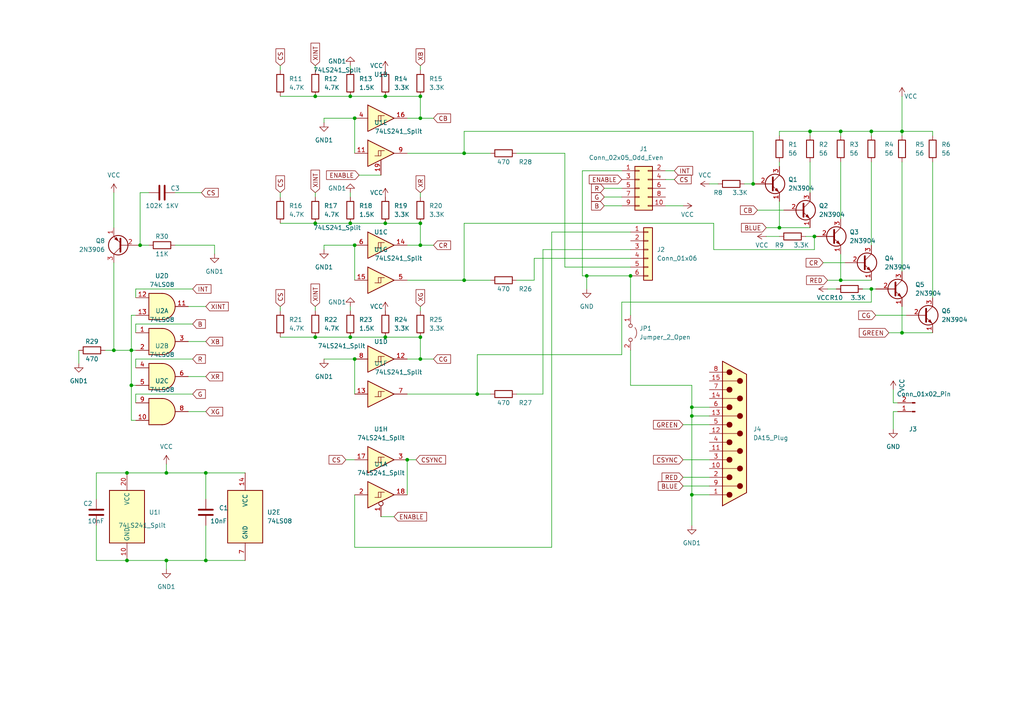
<source format=kicad_sch>
(kicad_sch (version 20230121) (generator eeschema)
  (paper "A4")
  (lib_symbols
    (symbol "74xx:74LS08" (pin_names (offset 1.016))
      (property "Reference" "U" (at 0 1.27 0))
      (property "Value" "74LS08" (at 0 -1.27 0))
      (symbol "74LS08_1_1"
        (pin input line (at -7.62 2.54 0) (length 3.81) (name "~") (number "1"))
        (pin input line (at -7.62 -2.54 0) (length 3.81) (name "~") (number "2"))
        (pin output line (at 7.62 0 180) (length 3.81) (name "~") (number "3"))
      )
      (symbol "74LS08_1_2"
        (pin input inverted (at -7.62 2.54 0) (length 4.318) (name "~") (number "1"))
        (pin input inverted (at -7.62 -2.54 0) (length 4.318) (name "~") (number "2"))
        (pin output inverted (at 7.62 0 180) (length 3.81) (name "~") (number "3"))
      )
      (symbol "74LS08_2_1"
        (pin input line (at -7.62 2.54 0) (length 3.81) (name "~") (number "4"))
        (pin input line (at -7.62 -2.54 0) (length 3.81) (name "~") (number "5"))
        (pin output line (at 7.62 0 180) (length 3.81) (name "~") (number "6"))
      )
      (symbol "74LS08_2_2"
        (pin input inverted (at -7.62 2.54 0) (length 4.318) (name "~") (number "4"))
        (pin input inverted (at -7.62 -2.54 0) (length 4.318) (name "~") (number "5"))
        (pin output inverted (at 7.62 0 180) (length 3.81) (name "~") (number "6"))
      )
      (symbol "74LS08_3_1"
        (pin input line (at -7.62 -2.54 0) (length 3.81) (name "~") (number "10"))
        (pin output line (at 7.62 0 180) (length 3.81) (name "~") (number "8"))
        (pin input line (at -7.62 2.54 0) (length 3.81) (name "~") (number "9"))
      )
      (symbol "74LS08_3_2"
        (pin input inverted (at -7.62 -2.54 0) (length 4.318) (name "~") (number "10"))
        (pin output inverted (at 7.62 0 180) (length 3.81) (name "~") (number "8"))
        (pin input inverted (at -7.62 2.54 0) (length 4.318) (name "~") (number "9"))
      )
      (symbol "74LS08_4_1"
        (pin output line (at 7.62 0 180) (length 3.81) (name "~") (number "11"))
        (pin input line (at -7.62 2.54 0) (length 3.81) (name "~") (number "12"))
        (pin input line (at -7.62 -2.54 0) (length 3.81) (name "~") (number "13"))
      )
      (symbol "74LS08_4_2"
        (pin output inverted (at 7.62 0 180) (length 3.81) (name "~") (number "11"))
        (pin input inverted (at -7.62 2.54 0) (length 4.318) (name "~") (number "12"))
        (pin input inverted (at -7.62 -2.54 0) (length 4.318) (name "~") (number "13"))
      )
      (symbol "74LS08_5_0"
        (pin power_in line (at 0 12.7 270) (length 5.08) (name "VCC") (number "14"))
        (pin power_in line (at 0 -12.7 90) (length 5.08) (name "GND") (number "7"))
      )
    )
    (symbol "74xx:74LS241_Split"
      (property "Reference" "U" (at 0 1.27 0))
      (property "Value" "74LS241_Split" (at 0 -1.27 0))
      (symbol "74LS241_Split_1_0"
        (pin input inverted (at 0 -6.35 90) (length 4.445) (name "~") (number "1"))
        (pin tri_state line (at 7.62 0 180) (length 3.81) (name "~") (number "18"))
        (pin input line (at -7.62 0 0) (length 3.81) (name "~") (number "2"))
      )
      (symbol "74LS241_Split_2_0"
        (pin tri_state line (at 7.62 0 180) (length 3.81) (name "~") (number "16"))
        (pin input line (at -7.62 0 0) (length 3.81) (name "~") (number "4"))
      )
      (symbol "74LS241_Split_3_0"
        (pin tri_state line (at 7.62 0 180) (length 3.81) (name "~") (number "14"))
        (pin input line (at -7.62 0 0) (length 3.81) (name "~") (number "6"))
      )
      (symbol "74LS241_Split_4_0"
        (pin tri_state line (at 7.62 0 180) (length 3.81) (name "~") (number "12"))
        (pin input line (at -7.62 0 0) (length 3.81) (name "~") (number "8"))
      )
      (symbol "74LS241_Split_5_0"
        (pin input line (at -7.62 0 0) (length 3.81) (name "~") (number "11"))
        (pin input line (at 0 -6.35 90) (length 4.445) (name "~") (number "19"))
        (pin tri_state line (at 7.62 0 180) (length 3.81) (name "~") (number "9"))
      )
      (symbol "74LS241_Split_6_0"
        (pin input line (at -7.62 0 0) (length 3.81) (name "~") (number "13"))
        (pin tri_state line (at 7.62 0 180) (length 3.81) (name "~") (number "7"))
      )
      (symbol "74LS241_Split_7_0"
        (pin input line (at -7.62 0 0) (length 3.81) (name "~") (number "15"))
        (pin tri_state line (at 7.62 0 180) (length 3.81) (name "~") (number "5"))
      )
      (symbol "74LS241_Split_8_0"
        (pin input line (at -7.62 0 0) (length 3.81) (name "~") (number "17"))
        (pin tri_state line (at 7.62 0 180) (length 3.81) (name "~") (number "3"))
      )
      (symbol "74LS241_Split_9_0"
        (pin power_in line (at 0 -12.7 90) (length 5.08) (name "GND") (number "10"))
        (pin power_in line (at 0 12.7 270) (length 5.08) (name "VCC") (number "20"))
      )
    )
    (symbol "Connector:Conn_01x02_Pin" (pin_names (offset 1.016) hide)
      (property "Reference" "J" (at 0 2.54 0))
      (property "Value" "Conn_01x02_Pin" (at 0 -5.08 0))
      (symbol "Conn_01x02_Pin_1_1"
        (pin passive line (at 5.08 0 180) (length 3.81) (name "Pin_1") (number "1"))
        (pin passive line (at 5.08 -2.54 180) (length 3.81) (name "Pin_2") (number "2"))
      )
    )
    (symbol "Connector:DA15_Plug" (pin_names (offset 1.016) hide)
      (property "Reference" "J" (at 0.508 21.59 0))
      (property "Value" "DA15_Plug" (at 0 -22.225 0))
      (symbol "DA15_Plug_1_1"
        (pin passive line (at -7.62 -17.78 0) (length 3.81) (name "1") (number "1"))
        (pin passive line (at -7.62 -10.16 0) (length 3.81) (name "P10") (number "10"))
        (pin passive line (at -7.62 -5.08 0) (length 3.81) (name "P111") (number "11"))
        (pin passive line (at -7.62 0 0) (length 3.81) (name "P12") (number "12"))
        (pin passive line (at -7.62 5.08 0) (length 3.81) (name "P13") (number "13"))
        (pin passive line (at -7.62 10.16 0) (length 3.81) (name "P14") (number "14"))
        (pin passive line (at -7.62 15.24 0) (length 3.81) (name "P15") (number "15"))
        (pin passive line (at -7.62 -12.7 0) (length 3.81) (name "2") (number "2"))
        (pin passive line (at -7.62 -7.62 0) (length 3.81) (name "3") (number "3"))
        (pin passive line (at -7.62 -2.54 0) (length 3.81) (name "4") (number "4"))
        (pin passive line (at -7.62 2.54 0) (length 3.81) (name "5") (number "5"))
        (pin passive line (at -7.62 7.62 0) (length 3.81) (name "6") (number "6"))
        (pin passive line (at -7.62 12.7 0) (length 3.81) (name "7") (number "7"))
        (pin passive line (at -7.62 17.78 0) (length 3.81) (name "8") (number "8"))
        (pin passive line (at -7.62 -15.24 0) (length 3.81) (name "P9") (number "9"))
      )
    )
    (symbol "Connector_Generic:Conn_01x06" (pin_names (offset 1.016) hide)
      (property "Reference" "J" (at 0 7.62 0))
      (property "Value" "Conn_01x06" (at 0 -10.16 0))
      (symbol "Conn_01x06_1_1"
        (pin passive line (at -5.08 5.08 0) (length 3.81) (name "Pin_1") (number "1"))
        (pin passive line (at -5.08 2.54 0) (length 3.81) (name "Pin_2") (number "2"))
        (pin passive line (at -5.08 0 0) (length 3.81) (name "Pin_3") (number "3"))
        (pin passive line (at -5.08 -2.54 0) (length 3.81) (name "Pin_4") (number "4"))
        (pin passive line (at -5.08 -5.08 0) (length 3.81) (name "Pin_5") (number "5"))
        (pin passive line (at -5.08 -7.62 0) (length 3.81) (name "Pin_6") (number "6"))
      )
    )
    (symbol "Connector_Generic:Conn_02x05_Odd_Even" (pin_names (offset 1.016) hide)
      (property "Reference" "J" (at 1.27 7.62 0))
      (property "Value" "Conn_02x05_Odd_Even" (at 1.27 -7.62 0))
      (symbol "Conn_02x05_Odd_Even_1_1"
        (pin passive line (at -5.08 5.08 0) (length 3.81) (name "Pin_1") (number "1"))
        (pin passive line (at 7.62 -5.08 180) (length 3.81) (name "Pin_10") (number "10"))
        (pin passive line (at 7.62 5.08 180) (length 3.81) (name "Pin_2") (number "2"))
        (pin passive line (at -5.08 2.54 0) (length 3.81) (name "Pin_3") (number "3"))
        (pin passive line (at 7.62 2.54 180) (length 3.81) (name "Pin_4") (number "4"))
        (pin passive line (at -5.08 0 0) (length 3.81) (name "Pin_5") (number "5"))
        (pin passive line (at 7.62 0 180) (length 3.81) (name "Pin_6") (number "6"))
        (pin passive line (at -5.08 -2.54 0) (length 3.81) (name "Pin_7") (number "7"))
        (pin passive line (at 7.62 -2.54 180) (length 3.81) (name "Pin_8") (number "8"))
        (pin passive line (at -5.08 -5.08 0) (length 3.81) (name "Pin_9") (number "9"))
      )
    )
    (symbol "Device:C" (pin_numbers hide) (pin_names (offset 0.254))
      (property "Reference" "C" (at 0.635 2.54 0))
      (property "Value" "C" (at 0.635 -2.54 0))
      (symbol "C_1_1"
        (pin passive line (at 0 3.81 270) (length 2.794) (name "~") (number "1"))
        (pin passive line (at 0 -3.81 90) (length 2.794) (name "~") (number "2"))
      )
    )
    (symbol "Device:R" (pin_numbers hide) (pin_names (offset 0))
      (property "Reference" "R" (at 2.032 0 90))
      (property "Value" "R" (at 0 0 90))
      (symbol "R_1_1"
        (pin passive line (at 0 3.81 270) (length 1.27) (name "~") (number "1"))
        (pin passive line (at 0 -3.81 90) (length 1.27) (name "~") (number "2"))
      )
    )
    (symbol "Jumper:Jumper_2_Open" (pin_names (offset 0) hide)
      (property "Reference" "JP" (at 0 2.794 0))
      (property "Value" "Jumper_2_Open" (at 0 -2.286 0))
      (symbol "Jumper_2_Open_1_1"
        (pin passive line (at -5.08 0 0) (length 2.54) (name "A") (number "1"))
        (pin passive line (at 5.08 0 180) (length 2.54) (name "B") (number "2"))
      )
    )
    (symbol "Transistor_BJT:2N3904" (pin_names (offset 0) hide)
      (property "Reference" "Q" (at 5.08 1.905 0))
      (property "Value" "2N3904" (at 5.08 0 0))
      (symbol "2N3904_1_1"
        (pin passive line (at 2.54 -5.08 90) (length 2.54) (name "E") (number "1"))
        (pin passive line (at -5.08 0 0) (length 5.715) (name "B") (number "2"))
        (pin passive line (at 2.54 5.08 270) (length 2.54) (name "C") (number "3"))
      )
    )
    (symbol "Transistor_BJT:2N3906" (pin_names (offset 0) hide)
      (property "Reference" "Q" (at 5.08 1.905 0))
      (property "Value" "2N3906" (at 5.08 0 0))
      (symbol "2N3906_1_1"
        (pin passive line (at 2.54 -5.08 90) (length 2.54) (name "E") (number "1"))
        (pin input line (at -5.08 0 0) (length 5.715) (name "B") (number "2"))
        (pin passive line (at 2.54 5.08 270) (length 2.54) (name "C") (number "3"))
      )
    )
    (symbol "power:GND" (power) (pin_names (offset 0))
      (property "Value" "GND" (at 0 -3.81 0))
      (symbol "GND_1_1"
        (pin power_in line (at 0 0 270) (length 0) hide (name "GND") (number "1"))
      )
    )
    (symbol "power:GND1" (power) (pin_names (offset 0))
      (property "Value" "GND1" (at 0 -3.81 0))
      (symbol "GND1_1_1"
        (pin power_in line (at 0 0 270) (length 0) hide (name "GND1") (number "1"))
      )
    )
    (symbol "power:VCC" (power) (pin_names (offset 0))
      (property "Value" "VCC" (at 0 3.81 0))
      (symbol "VCC_1_1"
        (pin power_in line (at 0 0 90) (length 0) hide (name "VCC") (number "1"))
      )
    )
  )
  (junction (at 170.18 80.01))
  (junction (at 261.62 38.1))
  (junction (at 36.83 137.16))
  (junction (at 134.62 81.28))
  (junction (at 236.22 68.58))
  (junction (at 111.76 27.94))
  (junction (at 91.44 27.94))
  (junction (at 91.44 97.79))
  (junction (at 121.92 27.94))
  (junction (at 121.92 64.77))
  (junction (at 118.11 133.35))
  (junction (at 40.64 71.12))
  (junction (at 91.44 64.77))
  (junction (at 218.44 53.34))
  (junction (at 234.95 38.1))
  (junction (at 252.73 38.1))
  (junction (at 200.66 120.65))
  (junction (at 59.69 137.16))
  (junction (at 121.92 97.79))
  (junction (at 102.87 34.29))
  (junction (at 48.26 137.16))
  (junction (at 261.62 96.52))
  (junction (at 36.83 162.56))
  (junction (at 102.87 71.12))
  (junction (at 134.62 44.45))
  (junction (at 121.92 71.12))
  (junction (at 200.66 143.51))
  (junction (at 121.92 34.29))
  (junction (at 252.73 83.82))
  (junction (at 59.69 162.56))
  (junction (at 243.84 81.28))
  (junction (at 138.43 114.3))
  (junction (at 182.88 80.01))
  (junction (at 33.02 101.6))
  (junction (at 200.66 118.11))
  (junction (at 38.1 111.76))
  (junction (at 101.6 64.77))
  (junction (at 226.06 66.04))
  (junction (at 121.92 104.14))
  (junction (at 111.76 64.77))
  (junction (at 101.6 97.79))
  (junction (at 102.87 104.14))
  (junction (at 48.26 162.56))
  (junction (at 111.76 97.79))
  (junction (at 101.6 27.94))
  (junction (at 243.84 38.1))
  (junction (at 38.1 101.6))
  (wire (pts (xy 226.06 46.99) (xy 226.06 48.26)))
  (wire (pts (xy 198.12 59.69) (xy 193.04 59.69)))
  (wire (pts (xy 175.26 54.61) (xy 180.34 54.61)))
  (wire (pts (xy 252.73 38.1) (xy 252.73 39.37)))
  (wire (pts (xy 200.66 120.65) (xy 205.74 120.65)))
  (wire (pts (xy 102.87 71.12) (xy 102.87 81.28)))
  (wire (pts (xy 121.92 97.79) (xy 121.92 104.14)))
  (wire (pts (xy 259.08 113.03) (xy 259.08 116.84)))
  (wire (pts (xy 62.23 71.12) (xy 62.23 73.66)))
  (wire (pts (xy 48.26 162.56) (xy 59.69 162.56)))
  (wire (pts (xy 270.51 38.1) (xy 270.51 39.37)))
  (wire (pts (xy 243.84 38.1) (xy 243.84 39.37)))
  (wire (pts (xy 121.92 71.12) (xy 125.73 71.12)))
  (wire (pts (xy 163.83 44.45) (xy 149.86 44.45)))
  (wire (pts (xy 205.74 118.11) (xy 200.66 118.11)))
  (wire (pts (xy 40.64 55.88) (xy 40.64 71.12)))
  (wire (pts (xy 198.12 133.35) (xy 205.74 133.35)))
  (wire (pts (xy 81.28 55.88) (xy 81.28 57.15)))
  (wire (pts (xy 260.35 119.38) (xy 259.08 119.38)))
  (wire (pts (xy 168.91 49.53) (xy 168.91 80.01)))
  (wire (pts (xy 200.66 111.76) (xy 200.66 118.11)))
  (wire (pts (xy 252.73 87.63) (xy 180.34 87.63)))
  (wire (pts (xy 182.88 111.76) (xy 200.66 111.76)))
  (wire (pts (xy 182.88 101.6) (xy 182.88 111.76)))
  (wire (pts (xy 39.37 106.68) (xy 39.37 104.14)))
  (wire (pts (xy 33.02 101.6) (xy 38.1 101.6)))
  (wire (pts (xy 27.94 137.16) (xy 36.83 137.16)))
  (wire (pts (xy 261.62 96.52) (xy 270.51 96.52)))
  (wire (pts (xy 39.37 111.76) (xy 38.1 111.76)))
  (wire (pts (xy 48.26 134.62) (xy 48.26 137.16)))
  (wire (pts (xy 250.19 83.82) (xy 252.73 83.82)))
  (wire (pts (xy 154.94 81.28) (xy 154.94 74.93)))
  (wire (pts (xy 59.69 162.56) (xy 71.12 162.56)))
  (wire (pts (xy 38.1 101.6) (xy 38.1 111.76)))
  (wire (pts (xy 121.92 55.88) (xy 121.92 57.15)))
  (wire (pts (xy 200.66 143.51) (xy 200.66 152.4)))
  (wire (pts (xy 39.37 91.44) (xy 38.1 91.44)))
  (wire (pts (xy 219.71 60.96) (xy 227.33 60.96)))
  (wire (pts (xy 101.6 64.77) (xy 111.76 64.77)))
  (wire (pts (xy 175.26 59.69) (xy 180.34 59.69)))
  (wire (pts (xy 81.28 88.9) (xy 81.28 90.17)))
  (wire (pts (xy 226.06 38.1) (xy 234.95 38.1)))
  (wire (pts (xy 71.12 137.16) (xy 59.69 137.16)))
  (wire (pts (xy 270.51 46.99) (xy 270.51 86.36)))
  (wire (pts (xy 200.66 120.65) (xy 200.66 143.51)))
  (wire (pts (xy 118.11 44.45) (xy 134.62 44.45)))
  (wire (pts (xy 252.73 83.82) (xy 252.73 87.63)))
  (wire (pts (xy 101.6 97.79) (xy 111.76 97.79)))
  (wire (pts (xy 118.11 71.12) (xy 121.92 71.12)))
  (wire (pts (xy 261.62 27.94) (xy 261.62 38.1)))
  (wire (pts (xy 257.81 96.52) (xy 261.62 96.52)))
  (wire (pts (xy 238.76 76.2) (xy 245.11 76.2)))
  (wire (pts (xy 33.02 55.88) (xy 33.02 66.04)))
  (wire (pts (xy 33.02 76.2) (xy 33.02 101.6)))
  (wire (pts (xy 100.33 133.35) (xy 102.87 133.35)))
  (wire (pts (xy 91.44 88.9) (xy 91.44 90.17)))
  (wire (pts (xy 205.74 143.51) (xy 200.66 143.51)))
  (wire (pts (xy 252.73 46.99) (xy 252.73 71.12)))
  (wire (pts (xy 134.62 64.77) (xy 207.01 64.77)))
  (wire (pts (xy 193.04 49.53) (xy 195.58 49.53)))
  (wire (pts (xy 101.6 55.88) (xy 101.6 57.15)))
  (wire (pts (xy 101.6 88.9) (xy 101.6 90.17)))
  (wire (pts (xy 207.01 64.77) (xy 207.01 72.39)))
  (wire (pts (xy 102.87 71.12) (xy 93.98 71.12)))
  (wire (pts (xy 93.98 104.14) (xy 102.87 104.14)))
  (wire (pts (xy 102.87 158.75) (xy 102.87 143.51)))
  (wire (pts (xy 180.34 87.63) (xy 180.34 102.87)))
  (wire (pts (xy 252.73 38.1) (xy 261.62 38.1)))
  (wire (pts (xy 102.87 104.14) (xy 102.87 114.3)))
  (wire (pts (xy 22.86 101.6) (xy 22.86 105.41)))
  (wire (pts (xy 138.43 114.3) (xy 142.24 114.3)))
  (wire (pts (xy 27.94 137.16) (xy 27.94 144.78)))
  (wire (pts (xy 163.83 77.47) (xy 182.88 77.47)))
  (wire (pts (xy 261.62 46.99) (xy 261.62 78.74)))
  (wire (pts (xy 50.8 55.88) (xy 58.42 55.88)))
  (wire (pts (xy 198.12 123.19) (xy 205.74 123.19)))
  (wire (pts (xy 149.86 114.3) (xy 157.48 114.3)))
  (wire (pts (xy 234.95 38.1) (xy 234.95 39.37)))
  (wire (pts (xy 38.1 111.76) (xy 38.1 121.92)))
  (wire (pts (xy 234.95 38.1) (xy 243.84 38.1)))
  (wire (pts (xy 27.94 162.56) (xy 36.83 162.56)))
  (wire (pts (xy 240.03 83.82) (xy 242.57 83.82)))
  (wire (pts (xy 118.11 133.35) (xy 118.11 143.51)))
  (wire (pts (xy 118.11 133.35) (xy 120.65 133.35)))
  (wire (pts (xy 118.11 114.3) (xy 138.43 114.3)))
  (wire (pts (xy 93.98 71.12) (xy 93.98 72.39)))
  (wire (pts (xy 39.37 93.98) (xy 39.37 96.52)))
  (wire (pts (xy 134.62 64.77) (xy 134.62 81.28)))
  (wire (pts (xy 93.98 35.56) (xy 93.98 34.29)))
  (wire (pts (xy 48.26 162.56) (xy 48.26 165.1)))
  (wire (pts (xy 226.06 58.42) (xy 226.06 66.04)))
  (wire (pts (xy 91.44 55.88) (xy 91.44 57.15)))
  (wire (pts (xy 218.44 38.1) (xy 134.62 38.1)))
  (wire (pts (xy 160.02 158.75) (xy 102.87 158.75)))
  (wire (pts (xy 81.28 97.79) (xy 91.44 97.79)))
  (wire (pts (xy 91.44 27.94) (xy 101.6 27.94)))
  (wire (pts (xy 170.18 80.01) (xy 182.88 80.01)))
  (wire (pts (xy 38.1 121.92) (xy 39.37 121.92)))
  (wire (pts (xy 240.03 81.28) (xy 243.84 81.28)))
  (wire (pts (xy 215.9 53.34) (xy 218.44 53.34)))
  (wire (pts (xy 222.25 66.04) (xy 226.06 66.04)))
  (wire (pts (xy 48.26 137.16) (xy 59.69 137.16)))
  (wire (pts (xy 111.76 64.77) (xy 121.92 64.77)))
  (wire (pts (xy 243.84 73.66) (xy 243.84 81.28)))
  (wire (pts (xy 38.1 91.44) (xy 38.1 101.6)))
  (wire (pts (xy 200.66 118.11) (xy 200.66 120.65)))
  (wire (pts (xy 91.44 97.79) (xy 101.6 97.79)))
  (wire (pts (xy 110.49 149.86) (xy 114.3 149.86)))
  (wire (pts (xy 175.26 57.15) (xy 180.34 57.15)))
  (wire (pts (xy 55.88 93.98) (xy 39.37 93.98)))
  (wire (pts (xy 102.87 34.29) (xy 102.87 44.45)))
  (wire (pts (xy 111.76 97.79) (xy 121.92 97.79)))
  (wire (pts (xy 182.88 91.44) (xy 182.88 80.01)))
  (wire (pts (xy 182.88 67.31) (xy 160.02 67.31)))
  (wire (pts (xy 149.86 81.28) (xy 154.94 81.28)))
  (wire (pts (xy 121.92 88.9) (xy 121.92 90.17)))
  (wire (pts (xy 40.64 55.88) (xy 43.18 55.88)))
  (wire (pts (xy 91.44 64.77) (xy 101.6 64.77)))
  (wire (pts (xy 236.22 68.58) (xy 236.22 72.39)))
  (wire (pts (xy 81.28 64.77) (xy 91.44 64.77)))
  (wire (pts (xy 222.25 68.58) (xy 226.06 68.58)))
  (wire (pts (xy 39.37 114.3) (xy 55.88 114.3)))
  (wire (pts (xy 54.61 88.9) (xy 59.69 88.9)))
  (wire (pts (xy 218.44 53.34) (xy 218.44 38.1)))
  (wire (pts (xy 193.04 52.07) (xy 195.58 52.07)))
  (wire (pts (xy 138.43 102.87) (xy 180.34 102.87)))
  (wire (pts (xy 91.44 19.05) (xy 91.44 20.32)))
  (wire (pts (xy 121.92 104.14) (xy 125.73 104.14)))
  (wire (pts (xy 121.92 19.05) (xy 121.92 20.32)))
  (wire (pts (xy 233.68 68.58) (xy 236.22 68.58)))
  (wire (pts (xy 254 91.44) (xy 262.89 91.44)))
  (wire (pts (xy 261.62 38.1) (xy 270.51 38.1)))
  (wire (pts (xy 134.62 38.1) (xy 134.62 44.45)))
  (wire (pts (xy 121.92 27.94) (xy 121.92 34.29)))
  (wire (pts (xy 259.08 119.38) (xy 259.08 124.46)))
  (wire (pts (xy 226.06 38.1) (xy 226.06 39.37)))
  (wire (pts (xy 59.69 152.4) (xy 59.69 162.56)))
  (wire (pts (xy 101.6 27.94) (xy 111.76 27.94)))
  (wire (pts (xy 118.11 81.28) (xy 134.62 81.28)))
  (wire (pts (xy 205.74 53.34) (xy 208.28 53.34)))
  (wire (pts (xy 205.74 140.97) (xy 198.12 140.97)))
  (wire (pts (xy 101.6 19.05) (xy 101.6 20.32)))
  (wire (pts (xy 142.24 81.28) (xy 134.62 81.28)))
  (wire (pts (xy 27.94 152.4) (xy 27.94 162.56)))
  (wire (pts (xy 59.69 137.16) (xy 59.69 144.78)))
  (wire (pts (xy 39.37 114.3) (xy 39.37 116.84)))
  (wire (pts (xy 54.61 99.06) (xy 59.69 99.06)))
  (wire (pts (xy 30.48 101.6) (xy 33.02 101.6)))
  (wire (pts (xy 226.06 66.04) (xy 234.95 66.04)))
  (wire (pts (xy 236.22 72.39) (xy 207.01 72.39)))
  (wire (pts (xy 111.76 27.94) (xy 121.92 27.94)))
  (wire (pts (xy 252.73 83.82) (xy 254 83.82)))
  (wire (pts (xy 168.91 80.01) (xy 170.18 80.01)))
  (wire (pts (xy 154.94 74.93) (xy 182.88 74.93)))
  (wire (pts (xy 261.62 88.9) (xy 261.62 96.52)))
  (wire (pts (xy 48.26 162.56) (xy 36.83 162.56)))
  (wire (pts (xy 55.88 83.82) (xy 39.37 83.82)))
  (wire (pts (xy 234.95 46.99) (xy 234.95 55.88)))
  (wire (pts (xy 157.48 72.39) (xy 157.48 114.3)))
  (wire (pts (xy 38.1 101.6) (xy 39.37 101.6)))
  (wire (pts (xy 243.84 38.1) (xy 252.73 38.1)))
  (wire (pts (xy 261.62 38.1) (xy 261.62 39.37)))
  (wire (pts (xy 50.8 71.12) (xy 62.23 71.12)))
  (wire (pts (xy 163.83 44.45) (xy 163.83 77.47)))
  (wire (pts (xy 118.11 34.29) (xy 121.92 34.29)))
  (wire (pts (xy 259.08 116.84) (xy 260.35 116.84)))
  (wire (pts (xy 121.92 64.77) (xy 121.92 71.12)))
  (wire (pts (xy 54.61 119.38) (xy 59.69 119.38)))
  (wire (pts (xy 134.62 44.45) (xy 142.24 44.45)))
  (wire (pts (xy 243.84 81.28) (xy 252.73 81.28)))
  (wire (pts (xy 160.02 67.31) (xy 160.02 158.75)))
  (wire (pts (xy 54.61 109.22) (xy 59.69 109.22)))
  (wire (pts (xy 39.37 83.82) (xy 39.37 86.36)))
  (wire (pts (xy 81.28 27.94) (xy 91.44 27.94)))
  (wire (pts (xy 121.92 34.29) (xy 125.73 34.29)))
  (wire (pts (xy 36.83 137.16) (xy 48.26 137.16)))
  (wire (pts (xy 39.37 104.14) (xy 55.88 104.14)))
  (wire (pts (xy 170.18 80.01) (xy 170.18 83.82)))
  (wire (pts (xy 81.28 19.05) (xy 81.28 20.32)))
  (wire (pts (xy 168.91 49.53) (xy 180.34 49.53)))
  (wire (pts (xy 243.84 46.99) (xy 243.84 63.5)))
  (wire (pts (xy 104.14 50.8) (xy 110.49 50.8)))
  (wire (pts (xy 182.88 72.39) (xy 157.48 72.39)))
  (wire (pts (xy 93.98 34.29) (xy 102.87 34.29)))
  (wire (pts (xy 138.43 102.87) (xy 138.43 114.3)))
  (wire (pts (xy 198.12 138.43) (xy 205.74 138.43)))
  (wire (pts (xy 118.11 104.14) (xy 121.92 104.14)))
  (wire (pts (xy 40.64 71.12) (xy 43.18 71.12)))
  (global_label "R" (shape input) (at 175.26 54.61 180) (property "Intersheetrefs" "${INTERSHEET_REFS}" (effects hide)))
  (global_label "CR" (shape input) (at 238.76 76.2 180) (property "Intersheetrefs" "${INTERSHEET_REFS}" (effects hide)))
  (global_label "CB" (shape input) (at 125.73 34.29 0) (property "Intersheetrefs" "${INTERSHEET_REFS}" (effects hide)))
  (global_label "B" (shape input) (at 175.26 59.69 180) (property "Intersheetrefs" "${INTERSHEET_REFS}" (effects hide)))
  (global_label "CG" (shape input) (at 254 91.44 180) (property "Intersheetrefs" "${INTERSHEET_REFS}" (effects hide)))
  (global_label "CG" (shape input) (at 125.73 104.14 0) (property "Intersheetrefs" "${INTERSHEET_REFS}" (effects hide)))
  (global_label "RED" (shape input) (at 240.03 81.28 180) (property "Intersheetrefs" "${INTERSHEET_REFS}" (effects hide)))
  (global_label "CS" (shape input) (at 81.28 19.05 90) (property "Intersheetrefs" "${INTERSHEET_REFS}" (effects hide)))
  (global_label "ENABLE" (shape input) (at 104.14 50.8 180) (property "Intersheetrefs" "${INTERSHEET_REFS}" (effects hide)))
  (global_label "XB" (shape input) (at 59.69 99.06 0) (property "Intersheetrefs" "${INTERSHEET_REFS}" (effects hide)))
  (global_label "CS" (shape input) (at 195.58 52.07 0) (property "Intersheetrefs" "${INTERSHEET_REFS}" (effects hide)))
  (global_label "XINT" (shape input) (at 59.69 88.9 0) (property "Intersheetrefs" "${INTERSHEET_REFS}" (effects hide)))
  (global_label "B" (shape input) (at 55.88 93.98 0) (property "Intersheetrefs" "${INTERSHEET_REFS}" (effects hide)))
  (global_label "BLUE" (shape input) (at 198.12 140.97 180) (property "Intersheetrefs" "${INTERSHEET_REFS}" (effects hide)))
  (global_label "ENABLE" (shape input) (at 114.3 149.86 0) (property "Intersheetrefs" "${INTERSHEET_REFS}" (effects hide)))
  (global_label "XR" (shape input) (at 59.69 109.22 0) (property "Intersheetrefs" "${INTERSHEET_REFS}" (effects hide)))
  (global_label "XR" (shape input) (at 121.92 55.88 90) (property "Intersheetrefs" "${INTERSHEET_REFS}" (effects hide)))
  (global_label "R" (shape input) (at 55.88 104.14 0) (property "Intersheetrefs" "${INTERSHEET_REFS}" (effects hide)))
  (global_label "G" (shape input) (at 55.88 114.3 0) (property "Intersheetrefs" "${INTERSHEET_REFS}" (effects hide)))
  (global_label "XINT" (shape input) (at 91.44 55.88 90) (property "Intersheetrefs" "${INTERSHEET_REFS}" (effects hide)))
  (global_label "GREEN" (shape input) (at 198.12 123.19 180) (property "Intersheetrefs" "${INTERSHEET_REFS}" (effects hide)))
  (global_label "CSYNC" (shape input) (at 198.12 133.35 180) (property "Intersheetrefs" "${INTERSHEET_REFS}" (effects hide)))
  (global_label "G" (shape input) (at 175.26 57.15 180) (property "Intersheetrefs" "${INTERSHEET_REFS}" (effects hide)))
  (global_label "BLUE" (shape input) (at 222.25 66.04 180) (property "Intersheetrefs" "${INTERSHEET_REFS}" (effects hide)))
  (global_label "INT" (shape input) (at 55.88 83.82 0) (property "Intersheetrefs" "${INTERSHEET_REFS}" (effects hide)))
  (global_label "CS" (shape input) (at 81.28 55.88 90) (property "Intersheetrefs" "${INTERSHEET_REFS}" (effects hide)))
  (global_label "CS" (shape input) (at 81.28 88.9 90) (property "Intersheetrefs" "${INTERSHEET_REFS}" (effects hide)))
  (global_label "CR" (shape input) (at 125.73 71.12 0) (property "Intersheetrefs" "${INTERSHEET_REFS}" (effects hide)))
  (global_label "XG" (shape input) (at 59.69 119.38 0) (property "Intersheetrefs" "${INTERSHEET_REFS}" (effects hide)))
  (global_label "CB" (shape input) (at 219.71 60.96 180) (property "Intersheetrefs" "${INTERSHEET_REFS}" (effects hide)))
  (global_label "ENABLE" (shape input) (at 180.34 52.07 180) (property "Intersheetrefs" "${INTERSHEET_REFS}" (effects hide)))
  (global_label "XINT" (shape input) (at 91.44 19.05 90) (property "Intersheetrefs" "${INTERSHEET_REFS}" (effects hide)))
  (global_label "GREEN" (shape input) (at 257.81 96.52 180) (property "Intersheetrefs" "${INTERSHEET_REFS}" (effects hide)))
  (global_label "XINT" (shape input) (at 91.44 88.9 90) (property "Intersheetrefs" "${INTERSHEET_REFS}" (effects hide)))
  (global_label "CSYNC" (shape input) (at 120.65 133.35 0) (property "Intersheetrefs" "${INTERSHEET_REFS}" (effects hide)))
  (global_label "RED" (shape input) (at 198.12 138.43 180) (property "Intersheetrefs" "${INTERSHEET_REFS}" (effects hide)))
  (global_label "XG" (shape input) (at 121.92 88.9 90) (property "Intersheetrefs" "${INTERSHEET_REFS}" (effects hide)))
  (global_label "CS" (shape input) (at 58.42 55.88 0) (property "Intersheetrefs" "${INTERSHEET_REFS}" (effects hide)))
  (global_label "CS" (shape input) (at 100.33 133.35 180) (property "Intersheetrefs" "${INTERSHEET_REFS}" (effects hide)))
  (global_label "INT" (shape input) (at 195.58 49.53 0) (property "Intersheetrefs" "${INTERSHEET_REFS}" (effects hide)))
  (global_label "XB" (shape input) (at 121.92 19.05 90) (property "Intersheetrefs" "${INTERSHEET_REFS}" (effects hide)))
  (symbol (lib_id "power:VCC") (at 222.25 68.58 90) (unit 1)
    (property "Reference" "#PWR015" (effects hide))
    (property "Value" "VCC" (at 220.98 71.12 90))
  )
  (symbol (lib_id "Device:R") (at 212.09 53.34 270) (unit 1)
    (property "Reference" "R8" (at 208.28 55.88 90))
    (property "Value" "3.3K" (at 214.63 55.88 90))
    (property "Footprint" "Resistor_THT:R_Axial_DIN0207_L6.3mm_D2.5mm_P10.16mm_Horizontal" (effects hide))
  )
  (symbol (lib_id "power:VCC") (at 48.26 134.62 0) (unit 1)
    (property "Reference" "#PWR06" (effects hide))
    (property "Value" "VCC" (at 48.26 129.54 0))
  )
  (symbol (lib_id "Device:R") (at 146.05 44.45 90) (unit 1)
    (property "Reference" "R28" (at 152.4 46.99 90))
    (property "Value" "470" (at 146.05 46.99 90))
    (property "Footprint" "Resistor_THT:R_Axial_DIN0207_L6.3mm_D2.5mm_P10.16mm_Horizontal" (effects hide))
  )
  (symbol (lib_id "Device:R") (at 121.92 60.96 180) (unit 1)
    (property "Reference" "R20" (at 124.46 59.69 0) (effects (justify right)))
    (property "Value" "3.3K" (at 124.46 62.23 0) (effects (justify right)))
    (property "Footprint" "Resistor_THT:R_Axial_DIN0207_L6.3mm_D2.5mm_P10.16mm_Horizontal" (effects hide))
  )
  (symbol (lib_id "Connector_Generic:Conn_02x05_Odd_Even") (at 185.42 54.61 0) (unit 1)
    (property "Reference" "J1" (at 186.69 43.18 0))
    (property "Value" "Conn_02x05_Odd_Even" (at 181.61 45.72 0))
    (property "Footprint" "Connector_PinHeader_2.54mm:PinHeader_2x05_P2.54mm_Vertical" (effects hide))
  )
  (symbol (lib_id "power:GND1") (at 62.23 73.66 0) (unit 1)
    (property "Reference" "#PWR018" (effects hide))
    (property "Value" "GND1" (at 62.23 78.74 0))
  )
  (symbol (lib_id "power:VCC") (at 111.76 57.15 0) (unit 1)
    (property "Reference" "#PWR011" (effects hide))
    (property "Value" "VCC" (at 109.22 55.88 0))
  )
  (symbol (lib_id "Transistor_BJT:2N3904") (at 232.41 60.96 0) (unit 1)
    (property "Reference" "Q2" (at 237.49 59.69 0) (effects (justify left)))
    (property "Value" "2N3904" (at 237.49 62.23 0) (effects (justify left)))
    (property "Footprint" "Package_TO_SOT_THT:TO-92_Inline" (effects hide))
    (property "Datasheet" "https://www.onsemi.com/pub/Collateral/2N3903-D.PDF" (effects hide))
  )
  (symbol (lib_id "power:VCC") (at 259.08 113.03 0) (unit 1)
    (property "Reference" "#PWR02" (effects hide))
    (property "Value" "VCC" (at 261.62 111.76 90))
  )
  (symbol (lib_id "Device:R") (at 226.06 43.18 0) (unit 1)
    (property "Reference" "R1" (at 228.6 41.91 0) (effects (justify left)))
    (property "Value" "56" (at 228.6 44.45 0) (effects (justify left)))
    (property "Footprint" "Resistor_THT:R_Axial_DIN0207_L6.3mm_D2.5mm_P10.16mm_Horizontal" (effects hide))
  )
  (symbol (lib_id "Device:R") (at 146.05 114.3 90) (unit 1)
    (property "Reference" "R27" (at 152.4 116.84 90))
    (property "Value" "470" (at 146.05 116.84 90))
    (property "Footprint" "Resistor_THT:R_Axial_DIN0207_L6.3mm_D2.5mm_P10.16mm_Horizontal" (effects hide))
  )
  (symbol (lib_id "Device:R") (at 81.28 24.13 180) (unit 1)
    (property "Reference" "R11" (at 83.82 22.86 0) (effects (justify right)))
    (property "Value" "4.7K" (at 83.82 25.4 0) (effects (justify right)))
    (property "Footprint" "Resistor_THT:R_Axial_DIN0207_L6.3mm_D2.5mm_P10.16mm_Horizontal" (effects hide))
  )
  (symbol (lib_id "74xx:74LS241_Split") (at 110.49 71.12 0) (unit 3)
    (property "Reference" "U1" (at 110.49 67.31 0))
    (property "Value" "74LS241_Split" (at 97.79 66.04 0))
    (property "Footprint" "Package_DIP:DIP-20_W7.62mm" (effects hide))
    (property "Datasheet" "http://www.ti.com/lit/ds/symlink/sn74ls241.pdf" (effects hide))
  )
  (symbol (lib_id "Connector:DA15_Plug") (at 213.36 125.73 0) (unit 1)
    (property "Reference" "J4" (at 218.44 124.46 0) (effects (justify left)))
    (property "Value" "DA15_Plug" (at 218.44 127 0) (effects (justify left)))
    (property "Footprint" "Connector_Dsub:DSUB-15_Female_Horizontal_P2.77x2.84mm_EdgePinOffset7.70mm_Housed_MountingHolesOffset9.12mm" (effects hide))
    (property "Datasheet" " ~" (effects hide))
  )
  (symbol (lib_id "Device:R") (at 121.92 24.13 180) (unit 1)
    (property "Reference" "R15" (at 124.46 22.86 0) (effects (justify right)))
    (property "Value" "3.3K" (at 124.46 25.4 0) (effects (justify right)))
    (property "Footprint" "Resistor_THT:R_Axial_DIN0207_L6.3mm_D2.5mm_P10.16mm_Horizontal" (effects hide))
  )
  (symbol (lib_id "Device:C") (at 59.69 148.59 0) (unit 1)
    (property "Reference" "C1" (at 63.5 147.32 0) (effects (justify left)))
    (property "Value" "10nF" (at 60.96 151.13 0) (effects (justify left)))
    (property "Footprint" "Capacitor_THT:C_Disc_D5.0mm_W2.5mm_P5.00mm" (effects hide))
  )
  (symbol (lib_id "74xx:74LS241_Split") (at 110.49 133.35 0) (unit 8)
    (property "Reference" "U1" (at 110.49 124.46 0))
    (property "Value" "74LS241_Split" (at 110.49 127 0))
    (property "Footprint" "Package_DIP:DIP-20_W7.62mm" (effects hide))
    (property "Datasheet" "http://www.ti.com/lit/ds/symlink/sn74ls241.pdf" (effects hide))
  )
  (symbol (lib_id "power:VCC") (at 261.62 27.94 0) (unit 1)
    (property "Reference" "#PWR023" (effects hide))
    (property "Value" "VCC" (at 264.16 27.94 0))
  )
  (symbol (lib_id "74xx:74LS08") (at 71.12 149.86 0) (unit 5)
    (property "Reference" "U2" (at 77.47 148.59 0) (effects (justify left)))
    (property "Value" "74LS08" (at 77.47 151.13 0) (effects (justify left)))
    (property "Footprint" "Package_DIP:DIP-14_W7.62mm" (effects hide))
    (property "Datasheet" "http://www.ti.com/lit/gpn/sn74LS08" (effects hide))
  )
  (symbol (lib_id "Device:R") (at 111.76 24.13 180) (unit 1)
    (property "Reference" "R14" (at 114.3 22.86 0) (effects (justify right)))
    (property "Value" "3.3K" (at 114.3 25.4 0) (effects (justify right)))
    (property "Footprint" "Resistor_THT:R_Axial_DIN0207_L6.3mm_D2.5mm_P10.16mm_Horizontal" (effects hide))
  )
  (symbol (lib_id "Device:C") (at 46.99 55.88 270) (unit 1)
    (property "Reference" "C3" (at 50.8 54.61 90))
    (property "Value" "102K 1KV" (at 46.99 59.69 90))
    (property "Footprint" "Capacitor_THT:C_Disc_D7.5mm_W5.0mm_P7.50mm" (effects hide))
  )
  (symbol (lib_id "74xx:74LS08") (at 46.99 119.38 0) (unit 3)
    (property "Reference" "U2" (at 46.9817 110.49 0))
    (property "Value" "74LS08" (at 46.9817 113.03 0))
    (property "Footprint" "Package_DIP:DIP-14_W7.62mm" (effects hide))
    (property "Datasheet" "http://www.ti.com/lit/gpn/sn74LS08" (effects hide))
  )
  (symbol (lib_id "Device:R") (at 111.76 60.96 180) (unit 1)
    (property "Reference" "R19" (at 114.3 59.69 0) (effects (justify right)))
    (property "Value" "3.3K" (at 114.3 62.23 0) (effects (justify right)))
    (property "Footprint" "Resistor_THT:R_Axial_DIN0207_L6.3mm_D2.5mm_P10.16mm_Horizontal" (effects hide))
  )
  (symbol (lib_id "power:VCC") (at 205.74 53.34 90) (unit 1)
    (property "Reference" "#PWR017" (effects hide))
    (property "Value" "VCC" (at 204.47 50.8 90))
  )
  (symbol (lib_id "Device:R") (at 146.05 81.28 90) (unit 1)
    (property "Reference" "R26" (at 152.4 83.82 90))
    (property "Value" "470" (at 146.05 83.82 90))
    (property "Footprint" "Resistor_THT:R_Axial_DIN0207_L6.3mm_D2.5mm_P10.16mm_Horizontal" (effects hide))
  )
  (symbol (lib_id "Device:R") (at 91.44 60.96 180) (unit 1)
    (property "Reference" "R17" (at 93.98 59.69 0) (effects (justify right)))
    (property "Value" "4.7K" (at 93.98 62.23 0) (effects (justify right)))
    (property "Footprint" "Resistor_THT:R_Axial_DIN0207_L6.3mm_D2.5mm_P10.16mm_Horizontal" (effects hide))
  )
  (symbol (lib_id "Device:R") (at 101.6 24.13 180) (unit 1)
    (property "Reference" "R13" (at 104.14 22.86 0) (effects (justify right)))
    (property "Value" "1.5K" (at 104.14 25.4 0) (effects (justify right)))
    (property "Footprint" "Resistor_THT:R_Axial_DIN0207_L6.3mm_D2.5mm_P10.16mm_Horizontal" (effects hide))
  )
  (symbol (lib_id "74xx:74LS08") (at 46.99 99.06 0) (unit 1)
    (property "Reference" "U2" (at 46.9817 90.17 0))
    (property "Value" "74LS08" (at 46.9817 92.71 0))
    (property "Footprint" "Package_DIP:DIP-14_W7.62mm" (effects hide))
    (property "Datasheet" "http://www.ti.com/lit/gpn/sn74LS08" (effects hide))
  )
  (symbol (lib_id "Transistor_BJT:2N3904") (at 259.08 83.82 0) (unit 1)
    (property "Reference" "Q5" (at 265.43 82.55 0) (effects (justify left)))
    (property "Value" "2N3904" (at 265.43 85.09 0) (effects (justify left)))
    (property "Footprint" "Package_TO_SOT_THT:TO-92_Inline" (effects hide))
    (property "Datasheet" "https://www.onsemi.com/pub/Collateral/2N3903-D.PDF" (effects hide))
  )
  (symbol (lib_id "Device:R") (at 46.99 71.12 90) (unit 1)
    (property "Reference" "R30" (at 46.99 68.58 90))
    (property "Value" "11K" (at 46.99 73.66 90))
    (property "Footprint" "Resistor_THT:R_Axial_DIN0207_L6.3mm_D2.5mm_P10.16mm_Horizontal" (effects hide))
  )
  (symbol (lib_id "power:GND1") (at 93.98 72.39 0) (unit 1)
    (property "Reference" "#PWR020" (effects hide))
    (property "Value" "GND1" (at 93.98 77.47 0))
  )
  (symbol (lib_id "Device:R") (at 81.28 60.96 180) (unit 1)
    (property "Reference" "R16" (at 83.82 59.69 0) (effects (justify right)))
    (property "Value" "4.7K" (at 83.82 62.23 0) (effects (justify right)))
    (property "Footprint" "Resistor_THT:R_Axial_DIN0207_L6.3mm_D2.5mm_P10.16mm_Horizontal" (effects hide))
  )
  (symbol (lib_id "Device:C") (at 27.94 148.59 0) (unit 1)
    (property "Reference" "C2" (at 24.13 146.05 0) (effects (justify left)))
    (property "Value" "10nF" (at 25.4 151.13 0) (effects (justify left)))
    (property "Footprint" "Capacitor_THT:C_Disc_D5.0mm_W2.5mm_P5.00mm" (effects hide))
  )
  (symbol (lib_id "Device:R") (at 91.44 93.98 180) (unit 1)
    (property "Reference" "R22" (at 93.98 92.71 0) (effects (justify right)))
    (property "Value" "4.7K" (at 93.98 95.25 0) (effects (justify right)))
    (property "Footprint" "Resistor_THT:R_Axial_DIN0207_L6.3mm_D2.5mm_P10.16mm_Horizontal" (effects hide))
  )
  (symbol (lib_id "74xx:74LS241_Split") (at 110.49 104.14 0) (unit 4)
    (property "Reference" "U1" (at 110.49 99.06 0))
    (property "Value" "74LS241_Split" (at 99.06 100.33 0))
    (property "Footprint" "Package_DIP:DIP-20_W7.62mm" (effects hide))
    (property "Datasheet" "http://www.ti.com/lit/ds/symlink/sn74ls241.pdf" (effects hide))
  )
  (symbol (lib_id "74xx:74LS08") (at 46.99 109.22 0) (unit 2)
    (property "Reference" "U2" (at 46.9817 100.33 0))
    (property "Value" "74LS08" (at 46.9817 102.87 0))
    (property "Footprint" "Package_DIP:DIP-14_W7.62mm" (effects hide))
    (property "Datasheet" "http://www.ti.com/lit/gpn/sn74LS08" (effects hide))
  )
  (symbol (lib_id "Device:R") (at 229.87 68.58 270) (unit 1)
    (property "Reference" "R9" (at 226.06 71.12 90))
    (property "Value" "3.3K" (at 232.41 71.12 90))
    (property "Footprint" "Resistor_THT:R_Axial_DIN0207_L6.3mm_D2.5mm_P10.16mm_Horizontal" (effects hide))
  )
  (symbol (lib_id "power:VCC") (at 198.12 59.69 270) (unit 1)
    (property "Reference" "#PWR01" (effects hide))
    (property "Value" "VCC" (at 199.39 62.23 90))
  )
  (symbol (lib_id "74xx:74LS241_Split") (at 110.49 114.3 0) (unit 6)
    (property "Reference" "U1" (at 110.49 105.41 0))
    (property "Value" "74LS241_Split" (at 115.57 107.95 0))
    (property "Footprint" "Package_DIP:DIP-20_W7.62mm" (effects hide))
    (property "Datasheet" "http://www.ti.com/lit/ds/symlink/sn74ls241.pdf" (effects hide))
  )
  (symbol (lib_id "Device:R") (at 261.62 43.18 0) (unit 1)
    (property "Reference" "R5" (at 265.43 41.91 0) (effects (justify left)))
    (property "Value" "56" (at 265.43 44.45 0) (effects (justify left)))
    (property "Footprint" "Resistor_THT:R_Axial_DIN0207_L6.3mm_D2.5mm_P10.16mm_Horizontal" (effects hide))
  )
  (symbol (lib_id "74xx:74LS241_Split") (at 36.83 149.86 0) (unit 9)
    (property "Reference" "U1" (at 43.18 148.59 0) (effects (justify left)))
    (property "Value" "74LS241_Split" (at 34.29 152.4 0) (effects (justify left)))
    (property "Footprint" "Package_DIP:DIP-20_W7.62mm" (effects hide))
    (property "Datasheet" "http://www.ti.com/lit/ds/symlink/sn74ls241.pdf" (effects hide))
  )
  (symbol (lib_id "Transistor_BJT:2N3904") (at 223.52 53.34 0) (unit 1)
    (property "Reference" "Q1" (at 228.6 52.07 0) (effects (justify left)))
    (property "Value" "2N3904" (at 228.6 54.61 0) (effects (justify left)))
    (property "Footprint" "Package_TO_SOT_THT:TO-92_Inline" (effects hide))
    (property "Datasheet" "https://www.onsemi.com/pub/Collateral/2N3903-D.PDF" (effects hide))
  )
  (symbol (lib_id "Transistor_BJT:2N3904") (at 241.3 68.58 0) (unit 1)
    (property "Reference" "Q3" (at 246.38 67.31 0) (effects (justify left)))
    (property "Value" "2N3904" (at 246.38 69.85 0) (effects (justify left)))
    (property "Footprint" "Package_TO_SOT_THT:TO-92_Inline" (effects hide))
    (property "Datasheet" "https://www.onsemi.com/pub/Collateral/2N3903-D.PDF" (effects hide))
  )
  (symbol (lib_id "power:GND1") (at 200.66 152.4 0) (unit 1)
    (property "Reference" "#PWR05" (effects hide))
    (property "Value" "GND1" (at 200.66 157.48 0))
  )
  (symbol (lib_id "Transistor_BJT:2N3904") (at 250.19 76.2 0) (unit 1)
    (property "Reference" "Q4" (at 256.54 74.93 0) (effects (justify left)))
    (property "Value" "2N3904" (at 256.54 77.47 0) (effects (justify left)))
    (property "Footprint" "Package_TO_SOT_THT:TO-92_Inline" (effects hide))
    (property "Datasheet" "https://www.onsemi.com/pub/Collateral/2N3903-D.PDF" (effects hide))
  )
  (symbol (lib_id "power:GND") (at 170.18 83.82 0) (unit 1)
    (property "Reference" "#PWR03" (effects hide))
    (property "Value" "GND" (at 170.18 88.9 0))
  )
  (symbol (lib_id "power:VCC") (at 111.76 90.17 0) (unit 1)
    (property "Reference" "#PWR012" (effects hide))
    (property "Value" "VCC" (at 109.22 88.9 0))
  )
  (symbol (lib_id "Device:R") (at 234.95 43.18 0) (unit 1)
    (property "Reference" "R2" (at 237.49 41.91 0) (effects (justify left)))
    (property "Value" "56" (at 237.49 44.45 0) (effects (justify left)))
    (property "Footprint" "Resistor_THT:R_Axial_DIN0207_L6.3mm_D2.5mm_P10.16mm_Horizontal" (effects hide))
  )
  (symbol (lib_id "power:GND1") (at 101.6 88.9 180) (unit 1)
    (property "Reference" "#PWR09" (effects hide))
    (property "Value" "GND1" (at 97.79 87.63 0))
  )
  (symbol (lib_id "74xx:74LS241_Split") (at 110.49 143.51 0) (unit 1)
    (property "Reference" "U1" (at 110.49 134.62 0))
    (property "Value" "74LS241_Split" (at 110.49 137.16 0))
    (property "Footprint" "Package_DIP:DIP-20_W7.62mm" (effects hide))
    (property "Datasheet" "http://www.ti.com/lit/ds/symlink/sn74ls241.pdf" (effects hide))
  )
  (symbol (lib_id "Transistor_BJT:2N3904") (at 267.97 91.44 0) (unit 1)
    (property "Reference" "Q6" (at 273.05 90.17 0) (effects (justify left)))
    (property "Value" "2N3904" (at 273.05 92.71 0) (effects (justify left)))
    (property "Footprint" "Package_TO_SOT_THT:TO-92_Inline" (effects hide))
    (property "Datasheet" "https://www.onsemi.com/pub/Collateral/2N3903-D.PDF" (effects hide))
  )
  (symbol (lib_id "Device:R") (at 121.92 93.98 180) (unit 1)
    (property "Reference" "R25" (at 124.46 92.71 0) (effects (justify right)))
    (property "Value" "3.3K" (at 124.46 95.25 0) (effects (justify right)))
    (property "Footprint" "Resistor_THT:R_Axial_DIN0207_L6.3mm_D2.5mm_P10.16mm_Horizontal" (effects hide))
  )
  (symbol (lib_id "power:GND1") (at 93.98 104.14 0) (unit 1)
    (property "Reference" "#PWR021" (effects hide))
    (property "Value" "GND1" (at 93.98 109.22 0))
  )
  (symbol (lib_id "Jumper:Jumper_2_Open") (at 182.88 96.52 270) (unit 1)
    (property "Reference" "JP1" (at 185.42 95.25 90) (effects (justify left)))
    (property "Value" "Jumper_2_Open" (at 185.42 97.79 90) (effects (justify left)))
    (property "Footprint" "Jumper:SolderJumper-2_P1.3mm_Open_Pad1.0x1.5mm" (effects hide))
  )
  (symbol (lib_id "power:GND1") (at 93.98 35.56 0) (unit 1)
    (property "Reference" "#PWR019" (effects hide))
    (property "Value" "GND1" (at 93.98 40.64 0))
  )
  (symbol (lib_id "74xx:74LS08") (at 46.99 88.9 0) (unit 4)
    (property "Reference" "U2" (at 46.9817 80.01 0))
    (property "Value" "74LS08" (at 46.9817 82.55 0))
    (property "Footprint" "Package_DIP:DIP-14_W7.62mm" (effects hide))
    (property "Datasheet" "http://www.ti.com/lit/gpn/sn74LS08" (effects hide))
  )
  (symbol (lib_id "Connector:Conn_01x02_Pin") (at 265.43 119.38 180) (unit 1)
    (property "Reference" "J3" (at 264.795 124.46 0))
    (property "Value" "Conn_01x02_Pin" (at 267.97 114.3 0))
    (property "Footprint" "Connector_PinHeader_2.54mm:PinHeader_1x02_P2.54mm_Vertical" (effects hide))
  )
  (symbol (lib_id "power:GND") (at 259.08 124.46 0) (unit 1)
    (property "Reference" "#PWR022" (effects hide))
    (property "Value" "GND" (at 259.08 129.54 0))
  )
  (symbol (lib_id "Device:R") (at 246.38 83.82 270) (unit 1)
    (property "Reference" "R10" (at 242.57 86.36 90))
    (property "Value" "3.3K" (at 248.92 86.36 90))
    (property "Footprint" "Resistor_THT:R_Axial_DIN0207_L6.3mm_D2.5mm_P10.16mm_Horizontal" (effects hide))
  )
  (symbol (lib_id "Device:R") (at 243.84 43.18 0) (unit 1)
    (property "Reference" "R3" (at 246.38 41.91 0) (effects (justify left)))
    (property "Value" "56" (at 246.38 44.45 0) (effects (justify left)))
    (property "Footprint" "Resistor_THT:R_Axial_DIN0207_L6.3mm_D2.5mm_P10.16mm_Horizontal" (effects hide))
  )
  (symbol (lib_id "power:GND1") (at 22.86 105.41 0) (unit 1)
    (property "Reference" "#PWR013" (effects hide))
    (property "Value" "GND1" (at 22.86 110.49 0))
  )
  (symbol (lib_id "Device:R") (at 270.51 43.18 0) (unit 1)
    (property "Reference" "R6" (at 273.05 41.91 0) (effects (justify left)))
    (property "Value" "56" (at 273.05 44.45 0) (effects (justify left)))
    (property "Footprint" "Resistor_THT:R_Axial_DIN0207_L6.3mm_D2.5mm_P10.16mm_Horizontal" (effects hide))
  )
  (symbol (lib_id "Device:R") (at 101.6 93.98 180) (unit 1)
    (property "Reference" "R23" (at 104.14 92.71 0) (effects (justify right)))
    (property "Value" "1.5K" (at 104.14 95.25 0) (effects (justify right)))
    (property "Footprint" "Resistor_THT:R_Axial_DIN0207_L6.3mm_D2.5mm_P10.16mm_Horizontal" (effects hide))
  )
  (symbol (lib_id "Device:R") (at 91.44 24.13 180) (unit 1)
    (property "Reference" "R12" (at 93.98 22.86 0) (effects (justify right)))
    (property "Value" "4.7K" (at 93.98 25.4 0) (effects (justify right)))
    (property "Footprint" "Resistor_THT:R_Axial_DIN0207_L6.3mm_D2.5mm_P10.16mm_Horizontal" (effects hide))
  )
  (symbol (lib_id "power:VCC") (at 111.76 20.32 0) (unit 1)
    (property "Reference" "#PWR010" (effects hide))
    (property "Value" "VCC" (at 109.22 19.05 0))
  )
  (symbol (lib_id "Device:R") (at 111.76 93.98 180) (unit 1)
    (property "Reference" "R24" (at 114.3 92.71 0) (effects (justify right)))
    (property "Value" "3.3K" (at 114.3 95.25 0) (effects (justify right)))
    (property "Footprint" "Resistor_THT:R_Axial_DIN0207_L6.3mm_D2.5mm_P10.16mm_Horizontal" (effects hide))
  )
  (symbol (lib_id "power:VCC") (at 33.02 55.88 0) (unit 1)
    (property "Reference" "#PWR014" (effects hide))
    (property "Value" "VCC" (at 33.02 50.8 0))
  )
  (symbol (lib_id "power:GND1") (at 48.26 165.1 0) (unit 1)
    (property "Reference" "#PWR04" (effects hide))
    (property "Value" "GND1" (at 48.26 170.18 0))
  )
  (symbol (lib_id "Device:R") (at 101.6 60.96 180) (unit 1)
    (property "Reference" "R18" (at 104.14 59.69 0) (effects (justify right)))
    (property "Value" "1.5K" (at 104.14 62.23 0) (effects (justify right)))
    (property "Footprint" "Resistor_THT:R_Axial_DIN0207_L6.3mm_D2.5mm_P10.16mm_Horizontal" (effects hide))
  )
  (symbol (lib_id "Device:R") (at 252.73 43.18 0) (unit 1)
    (property "Reference" "R4" (at 256.54 41.91 0) (effects (justify left)))
    (property "Value" "56" (at 256.54 44.45 0) (effects (justify left)))
    (property "Footprint" "Resistor_THT:R_Axial_DIN0207_L6.3mm_D2.5mm_P10.16mm_Horizontal" (effects hide))
  )
  (symbol (lib_id "power:GND1") (at 101.6 55.88 180) (unit 1)
    (property "Reference" "#PWR08" (effects hide))
    (property "Value" "GND1" (at 97.79 54.61 0))
  )
  (symbol (lib_id "74xx:74LS241_Split") (at 110.49 34.29 0) (unit 2)
    (property "Reference" "U1" (at 110.49 21.59 0))
    (property "Value" "74LS241_Split" (at 97.79 20.32 0))
    (property "Footprint" "Package_DIP:DIP-20_W7.62mm" (effects hide))
    (property "Datasheet" "http://www.ti.com/lit/ds/symlink/sn74ls241.pdf" (effects hide))
  )
  (symbol (lib_id "Device:R") (at 26.67 101.6 90) (unit 1)
    (property "Reference" "R29" (at 26.67 99.06 90))
    (property "Value" "470" (at 26.67 104.14 90))
    (property "Footprint" "Resistor_THT:R_Axial_DIN0207_L6.3mm_D2.5mm_P10.16mm_Horizontal" (effects hide))
  )
  (symbol (lib_id "Device:R") (at 81.28 93.98 180) (unit 1)
    (property "Reference" "R21" (at 83.82 92.71 0) (effects (justify right)))
    (property "Value" "4.7K" (at 83.82 95.25 0) (effects (justify right)))
    (property "Footprint" "Resistor_THT:R_Axial_DIN0207_L6.3mm_D2.5mm_P10.16mm_Horizontal" (effects hide))
  )
  (symbol (lib_id "power:VCC") (at 240.03 83.82 90) (unit 1)
    (property "Reference" "#PWR016" (effects hide))
    (property "Value" "VCC" (at 238.76 86.36 90))
  )
  (symbol (lib_id "74xx:74LS241_Split") (at 110.49 44.45 0) (unit 5)
    (property "Reference" "U1" (at 110.49 35.56 0))
    (property "Value" "74LS241_Split" (at 115.57 38.1 0))
    (property "Footprint" "Package_DIP:DIP-20_W7.62mm" (effects hide))
    (property "Datasheet" "http://www.ti.com/lit/ds/symlink/sn74ls241.pdf" (effects hide))
  )
  (symbol (lib_id "74xx:74LS241_Split") (at 110.49 81.28 0) (unit 7)
    (property "Reference" "U1" (at 110.49 72.39 0))
    (property "Value" "74LS241_Split" (at 115.57 74.93 0))
    (property "Footprint" "Package_DIP:DIP-20_W7.62mm" (effects hide))
    (property "Datasheet" "http://www.ti.com/lit/ds/symlink/sn74ls241.pdf" (effects hide))
  )
  (symbol (lib_id "Transistor_BJT:2N3906") (at 35.56 71.12 180) (unit 1)
    (property "Reference" "Q8" (at 30.48 69.85 0) (effects (justify left)))
    (property "Value" "2N3906" (at 30.48 72.39 0) (effects (justify left)))
    (property "Footprint" "Package_TO_SOT_THT:TO-92_Inline" (effects hide))
    (property "Datasheet" "https://www.onsemi.com/pub/Collateral/2N3906-D.PDF" (effects hide))
  )
  (symbol (lib_id "power:GND1") (at 101.6 19.05 180) (unit 1)
    (property "Reference" "#PWR07" (effects hide))
    (property "Value" "GND1" (at 97.79 17.78 0))
  )
  (symbol (lib_id "Connector_Generic:Conn_01x06") (at 187.96 72.39 0) (unit 1)
    (property "Reference" "J2" (at 190.5 72.39 0) (effects (justify left)))
    (property "Value" "Conn_01x06" (at 190.5 74.93 0) (effects (justify left)))
    (property "Footprint" "Connector_PinHeader_2.54mm:PinHeader_1x06_P2.54mm_Vertical" (effects hide))
  )
)
</source>
